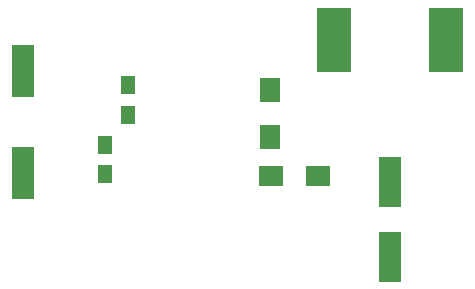
<source format=gbr>
%TF.GenerationSoftware,KiCad,Pcbnew,(5.1.10-1-10_14)*%
%TF.CreationDate,2021-10-31T04:10:36-04:00*%
%TF.ProjectId,Readout-DC-Board,52656164-6f75-4742-9d44-432d426f6172,rev?*%
%TF.SameCoordinates,Original*%
%TF.FileFunction,Paste,Top*%
%TF.FilePolarity,Positive*%
%FSLAX46Y46*%
G04 Gerber Fmt 4.6, Leading zero omitted, Abs format (unit mm)*
G04 Created by KiCad (PCBNEW (5.1.10-1-10_14)) date 2021-10-31 04:10:36*
%MOMM*%
%LPD*%
G01*
G04 APERTURE LIST*
%ADD10R,3.000000X5.500000*%
%ADD11R,1.900000X4.400000*%
%ADD12R,1.250000X1.500000*%
%ADD13R,1.900000X4.200000*%
%ADD14R,1.700000X2.000000*%
%ADD15R,2.000000X1.700000*%
G04 APERTURE END LIST*
D10*
%TO.C,L1*%
X109550000Y-104140000D03*
X119050000Y-104140000D03*
%TD*%
D11*
%TO.C,C1*%
X83185000Y-115475000D03*
X83185000Y-106775000D03*
%TD*%
D12*
%TO.C,C2*%
X90170000Y-113050000D03*
X90170000Y-115550000D03*
%TD*%
%TO.C,C3*%
X92075000Y-107990000D03*
X92075000Y-110490000D03*
%TD*%
D13*
%TO.C,C4*%
X114300000Y-122580000D03*
X114300000Y-116180000D03*
%TD*%
D14*
%TO.C,R1*%
X104140000Y-108395000D03*
X104140000Y-112395000D03*
%TD*%
D15*
%TO.C,R2*%
X108204000Y-115697000D03*
X104204000Y-115697000D03*
%TD*%
M02*

</source>
